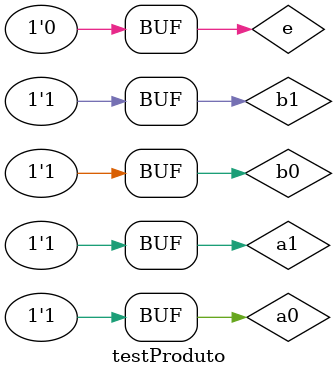
<source format=v>

module MeiaSoma (s1,s0,a,b);
output s1,s0;
input a,b;
	
	xor XOR1 (s0,a,b);
	and AND1 (s1,a,b);

endmodule // end MeiaSoma



module SomaCompleta (s1,s0,a,b,c);
output s1,s0;
input a,b,c;

	MeiaSoma MS1 (s2,s3,a,b);
	MeiaSoma MS2 (s4,s0,s3,c);
	or OR1 (s1,s2,s4);
	
	endmodule // end SomaCompleta



module ProdutoCompleto (s0,s1,s2,s3,a0,a1,b0,b1,e);
output s0,s1,s2,s3;
input a0,a1,b0,b1,e;
wire c1,c2,c3;

	and AND1 (c1,b1,a0);
	and AND2 (c2,b1,a1);
	and AND3 (c3,a1,b0);
	and AND4 (s0,a0,b0);


SomaCompleta SC (se,s1,c3,c1,e);
SomaCompleta SC2 (s3,s2,c2,e,se);

endmodule // end module ProdutoCompleto



module testProduto;
 reg  a0,a1,b0,b1,e;
  wire s0,s1,s2,s3;
  

ProdutoCompleto PD1 (s0,s1,s2,s3,a0,a1,b0,b1,e);

 
 initial begin
      
		a0=0; a1=0; b0=0; b1=0; e=0;

end
     
	  
 initial begin
     
	   $display("Andre Sulivam 391998");
      $display("Guia 05 Ex:03");
      $display("Produto completo - 2 bits");
		
      $monitor("%b %b x %b %b = %b %b %b %b",a1,a0,b1,b0,s3,s2,s1,s0 );
  		
  #1 b0=1;		
  #1 b1=1;b0=0;
  #1 b0=1;   		
  #1 a0=1;b1=0;b0=0;
  #1 b0=1;		
  #1 b1=1;b0=0;
  #1 b0=1;	
  #1 a1=1;a0=0;b1=0;b0=0;
  #1 b0=1;		
  #1 b1=1;b0=0;
  #1 b0=1;   		
  #1 a0=1;b1=0;b0=0;
  #1 b0=1;		
  #1 b1=1;b0=0;
  #1 b0=1;	

    
  
   end
endmodule
</source>
